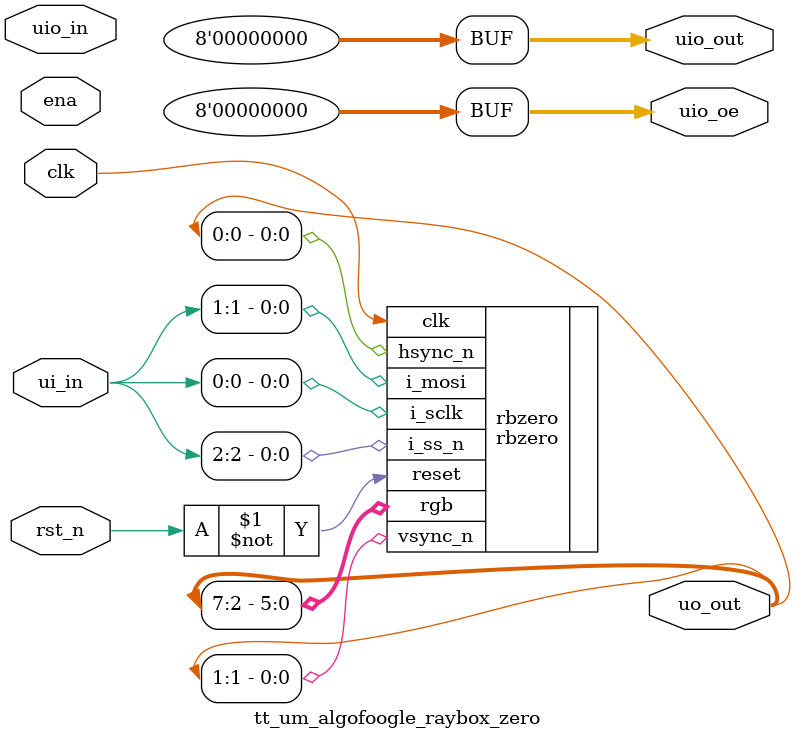
<source format=v>
`default_nettype none
`timescale 1ns / 1ps

module tt_um_algofoogle_raybox_zero(
  input  wire [7:0] ui_in,    // Dedicated inputs - connected to the input switches
  output wire [7:0] uo_out,   // Dedicated outputs - connected to the 7 segment display
  input  wire [7:0] uio_in,   // IOs: Bidirectional Input path
  output wire [7:0] uio_out,  // IOs: Bidirectional Output path
  output wire [7:0] uio_oe,   // IOs: Bidirectional Enable path (active high: 0=input, 1=output)
  input  wire       ena,      // will go high when the design is enabled
  input  wire       clk,      // clock
  input  wire       rst_n     // reset_n - low to reset
);

  rbzero rbzero(
    .clk    (clk),
    .reset  (~rst_n),
    .i_sclk (ui_in[0]),
    .i_mosi (ui_in[1]),
    .i_ss_n (ui_in[2]),
    .hsync_n(uo_out[0]),
    .vsync_n(uo_out[1]),
    .rgb    (uo_out[7:2])
  );

  // All bidir pins configured as inputs for now. Not using them yet:
  assign uio_oe   = 8'b0;
  assign uio_out  = 8'b0;

endmodule

</source>
